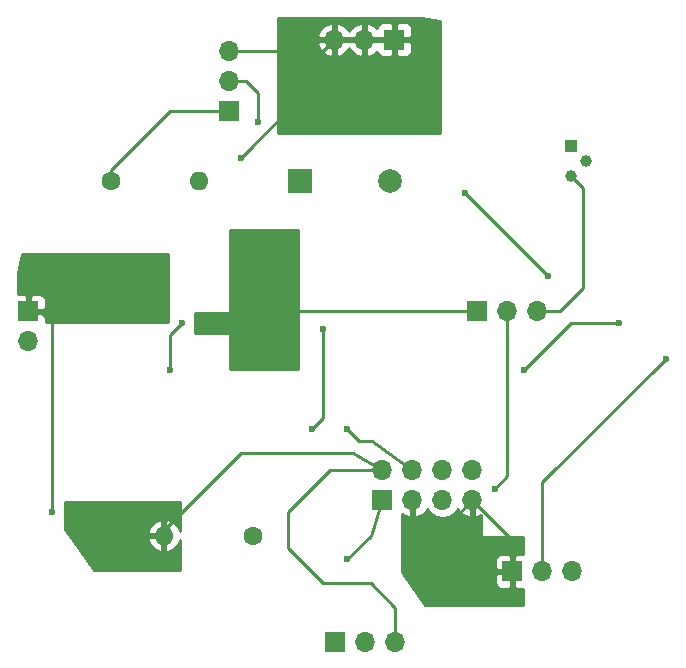
<source format=gbl>
G04 #@! TF.FileFunction,Copper,L2,Bot,Signal*
%FSLAX46Y46*%
G04 Gerber Fmt 4.6, Leading zero omitted, Abs format (unit mm)*
G04 Created by KiCad (PCBNEW 4.0.7) date 03/26/19 14:41:24*
%MOMM*%
%LPD*%
G01*
G04 APERTURE LIST*
%ADD10C,0.100000*%
%ADD11R,2.000000X2.000000*%
%ADD12C,2.000000*%
%ADD13C,1.600000*%
%ADD14O,1.600000X1.600000*%
%ADD15R,1.700000X1.700000*%
%ADD16O,1.700000X1.700000*%
%ADD17C,1.000000*%
%ADD18R,1.000000X1.000000*%
%ADD19C,0.600000*%
%ADD20C,0.250000*%
%ADD21C,0.254000*%
G04 APERTURE END LIST*
D10*
D11*
X84000000Y-42000000D03*
D12*
X91600000Y-42000000D03*
D13*
X68000000Y-42000000D03*
D14*
X75500000Y-42000000D03*
D13*
X80000000Y-72000000D03*
D14*
X72500000Y-72000000D03*
D15*
X61000000Y-53000000D03*
D16*
X61000000Y-55540000D03*
D15*
X91000000Y-69000000D03*
D16*
X91000000Y-66460000D03*
X93540000Y-69000000D03*
X93540000Y-66460000D03*
X96080000Y-69000000D03*
X96080000Y-66460000D03*
X98620000Y-69000000D03*
X98620000Y-66460000D03*
D15*
X87000000Y-81000000D03*
D16*
X89540000Y-81000000D03*
X92080000Y-81000000D03*
D15*
X92000000Y-30000000D03*
D16*
X89460000Y-30000000D03*
X86920000Y-30000000D03*
D17*
X108270000Y-40270000D03*
X107000000Y-41540000D03*
D18*
X107000000Y-39000000D03*
D15*
X102000000Y-75000000D03*
D16*
X104540000Y-75000000D03*
X107080000Y-75000000D03*
D15*
X99000000Y-53000000D03*
D16*
X101540000Y-53000000D03*
X104080000Y-53000000D03*
D15*
X78000000Y-36000000D03*
D16*
X78000000Y-33460000D03*
X78000000Y-30920000D03*
D19*
X95000000Y-73500000D03*
X98000000Y-73000000D03*
X82500000Y-53500000D03*
X82000000Y-57000000D03*
X80000000Y-52000000D03*
X74000000Y-54000000D03*
X73000000Y-58000000D03*
X105000000Y-50000000D03*
X98000000Y-43000000D03*
X69500000Y-49500000D03*
X68000000Y-52000000D03*
X63000000Y-70000000D03*
X67000000Y-72000000D03*
X79000000Y-40000000D03*
X88000000Y-74000000D03*
X85000000Y-63000000D03*
X86000000Y-54500000D03*
X80500000Y-37000000D03*
X88000000Y-63000000D03*
X115000000Y-57000000D03*
X111000000Y-54000000D03*
X103000000Y-58000000D03*
X100500000Y-68000000D03*
D20*
X93540000Y-69000000D02*
X93540000Y-72040000D01*
X93540000Y-72040000D02*
X95000000Y-73500000D01*
X98620000Y-69000000D02*
X98620000Y-72380000D01*
X98620000Y-72380000D02*
X98000000Y-73000000D01*
X93540000Y-69000000D02*
X93540000Y-70540000D01*
X96620000Y-71000000D02*
X98620000Y-69000000D01*
X94000000Y-71000000D02*
X96620000Y-71000000D01*
X93540000Y-70540000D02*
X94000000Y-71000000D01*
X102000000Y-75000000D02*
X102000000Y-72380000D01*
X102000000Y-72380000D02*
X98620000Y-69000000D01*
X78000000Y-36000000D02*
X73000000Y-36000000D01*
X68000000Y-41000000D02*
X68000000Y-42000000D01*
X73000000Y-36000000D02*
X68000000Y-41000000D01*
X99000000Y-53000000D02*
X83000000Y-53000000D01*
X83000000Y-53000000D02*
X82500000Y-53500000D01*
X73000000Y-55000000D02*
X74000000Y-54000000D01*
X73000000Y-58000000D02*
X73000000Y-55000000D01*
X98000000Y-43000000D02*
X105000000Y-50000000D01*
X78000000Y-30920000D02*
X86000000Y-30920000D01*
X86000000Y-30920000D02*
X86920000Y-30000000D01*
X104080000Y-53000000D02*
X106000000Y-53000000D01*
X108000000Y-42540000D02*
X107000000Y-41540000D01*
X108000000Y-51000000D02*
X108000000Y-42540000D01*
X106000000Y-53000000D02*
X108000000Y-51000000D01*
X72500000Y-72000000D02*
X72500000Y-71500000D01*
X72500000Y-71500000D02*
X79000000Y-65000000D01*
X88540000Y-65000000D02*
X91000000Y-66460000D01*
X79000000Y-65000000D02*
X88540000Y-65000000D01*
X61000000Y-53000000D02*
X62000000Y-53000000D01*
X63000000Y-54000000D02*
X63000000Y-70000000D01*
X62000000Y-53000000D02*
X63000000Y-54000000D01*
X72500000Y-72000000D02*
X67000000Y-72000000D01*
X91000000Y-66460000D02*
X86540000Y-66460000D01*
X86540000Y-66460000D02*
X83000000Y-70000000D01*
X83000000Y-70000000D02*
X83000000Y-73000000D01*
X83000000Y-73000000D02*
X86000000Y-76000000D01*
X86000000Y-76000000D02*
X90000000Y-76000000D01*
X90000000Y-76000000D02*
X92080000Y-78080000D01*
X92080000Y-78080000D02*
X92080000Y-81000000D01*
X89460000Y-30000000D02*
X92000000Y-30000000D01*
X86920000Y-32080000D02*
X86920000Y-30000000D01*
X79000000Y-40000000D02*
X86920000Y-32080000D01*
X86920000Y-30000000D02*
X89460000Y-30000000D01*
X91000000Y-69000000D02*
X90000000Y-72000000D01*
X90000000Y-72000000D02*
X88000000Y-74000000D01*
X78000000Y-33460000D02*
X79460000Y-33460000D01*
X86000000Y-62000000D02*
X85000000Y-63000000D01*
X86000000Y-54500000D02*
X86000000Y-62000000D01*
X80500000Y-34500000D02*
X80500000Y-37000000D01*
X79460000Y-33460000D02*
X80500000Y-34500000D01*
X90080000Y-64000000D02*
X93540000Y-66460000D01*
X89000000Y-64000000D02*
X90080000Y-64000000D01*
X88000000Y-63000000D02*
X89000000Y-64000000D01*
X104540000Y-75000000D02*
X104540000Y-67460000D01*
X104540000Y-67460000D02*
X115000000Y-57000000D01*
X107000000Y-54000000D02*
X111000000Y-54000000D01*
X103000000Y-58000000D02*
X107000000Y-54000000D01*
X101540000Y-66960000D02*
X101540000Y-53000000D01*
X100500000Y-68000000D02*
X101540000Y-66960000D01*
D21*
G36*
X72873000Y-53873000D02*
X62485000Y-53873000D01*
X62485000Y-53285750D01*
X62326250Y-53127000D01*
X61127000Y-53127000D01*
X61127000Y-53147000D01*
X60873000Y-53147000D01*
X60873000Y-53127000D01*
X60853000Y-53127000D01*
X60853000Y-52873000D01*
X60873000Y-52873000D01*
X60873000Y-51673750D01*
X61127000Y-51673750D01*
X61127000Y-52873000D01*
X62326250Y-52873000D01*
X62485000Y-52714250D01*
X62485000Y-52023690D01*
X62388327Y-51790301D01*
X62209698Y-51611673D01*
X61976309Y-51515000D01*
X61285750Y-51515000D01*
X61127000Y-51673750D01*
X60873000Y-51673750D01*
X60714250Y-51515000D01*
X60127000Y-51515000D01*
X60127000Y-49716487D01*
X60443169Y-48127000D01*
X72873000Y-48127000D01*
X72873000Y-53873000D01*
X72873000Y-53873000D01*
G37*
X72873000Y-53873000D02*
X62485000Y-53873000D01*
X62485000Y-53285750D01*
X62326250Y-53127000D01*
X61127000Y-53127000D01*
X61127000Y-53147000D01*
X60873000Y-53147000D01*
X60873000Y-53127000D01*
X60853000Y-53127000D01*
X60853000Y-52873000D01*
X60873000Y-52873000D01*
X60873000Y-51673750D01*
X61127000Y-51673750D01*
X61127000Y-52873000D01*
X62326250Y-52873000D01*
X62485000Y-52714250D01*
X62485000Y-52023690D01*
X62388327Y-51790301D01*
X62209698Y-51611673D01*
X61976309Y-51515000D01*
X61285750Y-51515000D01*
X61127000Y-51673750D01*
X60873000Y-51673750D01*
X60714250Y-51515000D01*
X60127000Y-51515000D01*
X60127000Y-49716487D01*
X60443169Y-48127000D01*
X72873000Y-48127000D01*
X72873000Y-53873000D01*
G36*
X83873000Y-57873000D02*
X78127000Y-57873000D01*
X78127000Y-55000000D01*
X78116994Y-54950590D01*
X78088553Y-54908965D01*
X78046159Y-54881685D01*
X78000000Y-54873000D01*
X75127000Y-54873000D01*
X75127000Y-53127000D01*
X78000000Y-53127000D01*
X78049410Y-53116994D01*
X78091035Y-53088553D01*
X78118315Y-53046159D01*
X78127000Y-53000000D01*
X78127000Y-46127000D01*
X83873000Y-46127000D01*
X83873000Y-57873000D01*
X83873000Y-57873000D01*
G37*
X83873000Y-57873000D02*
X78127000Y-57873000D01*
X78127000Y-55000000D01*
X78116994Y-54950590D01*
X78088553Y-54908965D01*
X78046159Y-54881685D01*
X78000000Y-54873000D01*
X75127000Y-54873000D01*
X75127000Y-53127000D01*
X78000000Y-53127000D01*
X78049410Y-53116994D01*
X78091035Y-53088553D01*
X78118315Y-53046159D01*
X78127000Y-53000000D01*
X78127000Y-46127000D01*
X83873000Y-46127000D01*
X83873000Y-57873000D01*
G36*
X95873000Y-28443169D02*
X95873000Y-37873000D01*
X82127000Y-37873000D01*
X82127000Y-30356892D01*
X85478514Y-30356892D01*
X85724817Y-30881358D01*
X86153076Y-31271645D01*
X86563110Y-31441476D01*
X86793000Y-31320155D01*
X86793000Y-30127000D01*
X87047000Y-30127000D01*
X87047000Y-31320155D01*
X87276890Y-31441476D01*
X87686924Y-31271645D01*
X88115183Y-30881358D01*
X88190000Y-30722046D01*
X88264817Y-30881358D01*
X88693076Y-31271645D01*
X89103110Y-31441476D01*
X89333000Y-31320155D01*
X89333000Y-30127000D01*
X89587000Y-30127000D01*
X89587000Y-31320155D01*
X89816890Y-31441476D01*
X90226924Y-31271645D01*
X90524864Y-31000122D01*
X90611673Y-31209698D01*
X90790301Y-31388327D01*
X91023690Y-31485000D01*
X91714250Y-31485000D01*
X91873000Y-31326250D01*
X91873000Y-30127000D01*
X92127000Y-30127000D01*
X92127000Y-31326250D01*
X92285750Y-31485000D01*
X92976310Y-31485000D01*
X93209699Y-31388327D01*
X93388327Y-31209698D01*
X93485000Y-30976309D01*
X93485000Y-30285750D01*
X93326250Y-30127000D01*
X92127000Y-30127000D01*
X91873000Y-30127000D01*
X89587000Y-30127000D01*
X89333000Y-30127000D01*
X87047000Y-30127000D01*
X86793000Y-30127000D01*
X85599181Y-30127000D01*
X85478514Y-30356892D01*
X82127000Y-30356892D01*
X82127000Y-29643108D01*
X85478514Y-29643108D01*
X85599181Y-29873000D01*
X86793000Y-29873000D01*
X86793000Y-28679845D01*
X87047000Y-28679845D01*
X87047000Y-29873000D01*
X89333000Y-29873000D01*
X89333000Y-28679845D01*
X89587000Y-28679845D01*
X89587000Y-29873000D01*
X91873000Y-29873000D01*
X91873000Y-28673750D01*
X92127000Y-28673750D01*
X92127000Y-29873000D01*
X93326250Y-29873000D01*
X93485000Y-29714250D01*
X93485000Y-29023691D01*
X93388327Y-28790302D01*
X93209699Y-28611673D01*
X92976310Y-28515000D01*
X92285750Y-28515000D01*
X92127000Y-28673750D01*
X91873000Y-28673750D01*
X91714250Y-28515000D01*
X91023690Y-28515000D01*
X90790301Y-28611673D01*
X90611673Y-28790302D01*
X90524864Y-28999878D01*
X90226924Y-28728355D01*
X89816890Y-28558524D01*
X89587000Y-28679845D01*
X89333000Y-28679845D01*
X89103110Y-28558524D01*
X88693076Y-28728355D01*
X88264817Y-29118642D01*
X88190000Y-29277954D01*
X88115183Y-29118642D01*
X87686924Y-28728355D01*
X87276890Y-28558524D01*
X87047000Y-28679845D01*
X86793000Y-28679845D01*
X86563110Y-28558524D01*
X86153076Y-28728355D01*
X85724817Y-29118642D01*
X85478514Y-29643108D01*
X82127000Y-29643108D01*
X82127000Y-28127000D01*
X94283512Y-28127000D01*
X95873000Y-28443169D01*
X95873000Y-28443169D01*
G37*
X95873000Y-28443169D02*
X95873000Y-37873000D01*
X82127000Y-37873000D01*
X82127000Y-30356892D01*
X85478514Y-30356892D01*
X85724817Y-30881358D01*
X86153076Y-31271645D01*
X86563110Y-31441476D01*
X86793000Y-31320155D01*
X86793000Y-30127000D01*
X87047000Y-30127000D01*
X87047000Y-31320155D01*
X87276890Y-31441476D01*
X87686924Y-31271645D01*
X88115183Y-30881358D01*
X88190000Y-30722046D01*
X88264817Y-30881358D01*
X88693076Y-31271645D01*
X89103110Y-31441476D01*
X89333000Y-31320155D01*
X89333000Y-30127000D01*
X89587000Y-30127000D01*
X89587000Y-31320155D01*
X89816890Y-31441476D01*
X90226924Y-31271645D01*
X90524864Y-31000122D01*
X90611673Y-31209698D01*
X90790301Y-31388327D01*
X91023690Y-31485000D01*
X91714250Y-31485000D01*
X91873000Y-31326250D01*
X91873000Y-30127000D01*
X92127000Y-30127000D01*
X92127000Y-31326250D01*
X92285750Y-31485000D01*
X92976310Y-31485000D01*
X93209699Y-31388327D01*
X93388327Y-31209698D01*
X93485000Y-30976309D01*
X93485000Y-30285750D01*
X93326250Y-30127000D01*
X92127000Y-30127000D01*
X91873000Y-30127000D01*
X89587000Y-30127000D01*
X89333000Y-30127000D01*
X87047000Y-30127000D01*
X86793000Y-30127000D01*
X85599181Y-30127000D01*
X85478514Y-30356892D01*
X82127000Y-30356892D01*
X82127000Y-29643108D01*
X85478514Y-29643108D01*
X85599181Y-29873000D01*
X86793000Y-29873000D01*
X86793000Y-28679845D01*
X87047000Y-28679845D01*
X87047000Y-29873000D01*
X89333000Y-29873000D01*
X89333000Y-28679845D01*
X89587000Y-28679845D01*
X89587000Y-29873000D01*
X91873000Y-29873000D01*
X91873000Y-28673750D01*
X92127000Y-28673750D01*
X92127000Y-29873000D01*
X93326250Y-29873000D01*
X93485000Y-29714250D01*
X93485000Y-29023691D01*
X93388327Y-28790302D01*
X93209699Y-28611673D01*
X92976310Y-28515000D01*
X92285750Y-28515000D01*
X92127000Y-28673750D01*
X91873000Y-28673750D01*
X91714250Y-28515000D01*
X91023690Y-28515000D01*
X90790301Y-28611673D01*
X90611673Y-28790302D01*
X90524864Y-28999878D01*
X90226924Y-28728355D01*
X89816890Y-28558524D01*
X89587000Y-28679845D01*
X89333000Y-28679845D01*
X89103110Y-28558524D01*
X88693076Y-28728355D01*
X88264817Y-29118642D01*
X88190000Y-29277954D01*
X88115183Y-29118642D01*
X87686924Y-28728355D01*
X87276890Y-28558524D01*
X87047000Y-28679845D01*
X86793000Y-28679845D01*
X86563110Y-28558524D01*
X86153076Y-28728355D01*
X85724817Y-29118642D01*
X85478514Y-29643108D01*
X82127000Y-29643108D01*
X82127000Y-28127000D01*
X94283512Y-28127000D01*
X95873000Y-28443169D01*
G36*
X73873000Y-71605320D02*
X73731041Y-71262577D01*
X73355134Y-70847611D01*
X72849041Y-70608086D01*
X72627000Y-70729371D01*
X72627000Y-71873000D01*
X72647000Y-71873000D01*
X72647000Y-72127000D01*
X72627000Y-72127000D01*
X72627000Y-73270629D01*
X72849041Y-73391914D01*
X73355134Y-73152389D01*
X73731041Y-72737423D01*
X73873000Y-72394680D01*
X73873000Y-74873000D01*
X66565356Y-74873000D01*
X64762528Y-72349039D01*
X71108096Y-72349039D01*
X71268959Y-72737423D01*
X71644866Y-73152389D01*
X72150959Y-73391914D01*
X72373000Y-73270629D01*
X72373000Y-72127000D01*
X71230085Y-72127000D01*
X71108096Y-72349039D01*
X64762528Y-72349039D01*
X64263901Y-71650961D01*
X71108096Y-71650961D01*
X71230085Y-71873000D01*
X72373000Y-71873000D01*
X72373000Y-70729371D01*
X72150959Y-70608086D01*
X71644866Y-70847611D01*
X71268959Y-71262577D01*
X71108096Y-71650961D01*
X64263901Y-71650961D01*
X64127000Y-71459301D01*
X64127000Y-69127000D01*
X73873000Y-69127000D01*
X73873000Y-71605320D01*
X73873000Y-71605320D01*
G37*
X73873000Y-71605320D02*
X73731041Y-71262577D01*
X73355134Y-70847611D01*
X72849041Y-70608086D01*
X72627000Y-70729371D01*
X72627000Y-71873000D01*
X72647000Y-71873000D01*
X72647000Y-72127000D01*
X72627000Y-72127000D01*
X72627000Y-73270629D01*
X72849041Y-73391914D01*
X73355134Y-73152389D01*
X73731041Y-72737423D01*
X73873000Y-72394680D01*
X73873000Y-74873000D01*
X66565356Y-74873000D01*
X64762528Y-72349039D01*
X71108096Y-72349039D01*
X71268959Y-72737423D01*
X71644866Y-73152389D01*
X72150959Y-73391914D01*
X72373000Y-73270629D01*
X72373000Y-72127000D01*
X71230085Y-72127000D01*
X71108096Y-72349039D01*
X64762528Y-72349039D01*
X64263901Y-71650961D01*
X71108096Y-71650961D01*
X71230085Y-71873000D01*
X72373000Y-71873000D01*
X72373000Y-70729371D01*
X72150959Y-70608086D01*
X71644866Y-70847611D01*
X71268959Y-71262577D01*
X71108096Y-71650961D01*
X64263901Y-71650961D01*
X64127000Y-71459301D01*
X64127000Y-69127000D01*
X73873000Y-69127000D01*
X73873000Y-71605320D01*
G36*
X93667000Y-68873000D02*
X93687000Y-68873000D01*
X93687000Y-69127000D01*
X93667000Y-69127000D01*
X93667000Y-70320155D01*
X93896890Y-70441476D01*
X94306924Y-70271645D01*
X94735183Y-69881358D01*
X94802298Y-69738447D01*
X95029946Y-70079147D01*
X95511715Y-70401054D01*
X96080000Y-70514093D01*
X96648285Y-70401054D01*
X97130054Y-70079147D01*
X97357702Y-69738447D01*
X97424817Y-69881358D01*
X97853076Y-70271645D01*
X98263110Y-70441476D01*
X98493000Y-70320155D01*
X98493000Y-69127000D01*
X98473000Y-69127000D01*
X98473000Y-68873000D01*
X98493000Y-68873000D01*
X98493000Y-68853000D01*
X98747000Y-68853000D01*
X98747000Y-68873000D01*
X98767000Y-68873000D01*
X98767000Y-69127000D01*
X98747000Y-69127000D01*
X98747000Y-70320155D01*
X98976890Y-70441476D01*
X99373000Y-70277412D01*
X99373000Y-72000000D01*
X99383006Y-72049410D01*
X99411447Y-72091035D01*
X99453841Y-72118315D01*
X99500000Y-72127000D01*
X102873000Y-72127000D01*
X102873000Y-73515000D01*
X102285750Y-73515000D01*
X102127000Y-73673750D01*
X102127000Y-74873000D01*
X102147000Y-74873000D01*
X102147000Y-75127000D01*
X102127000Y-75127000D01*
X102127000Y-76326250D01*
X102285750Y-76485000D01*
X102873000Y-76485000D01*
X102873000Y-77873000D01*
X94567968Y-77873000D01*
X92843135Y-75285750D01*
X100515000Y-75285750D01*
X100515000Y-75976309D01*
X100611673Y-76209698D01*
X100790301Y-76388327D01*
X101023690Y-76485000D01*
X101714250Y-76485000D01*
X101873000Y-76326250D01*
X101873000Y-75127000D01*
X100673750Y-75127000D01*
X100515000Y-75285750D01*
X92843135Y-75285750D01*
X92627000Y-74961548D01*
X92627000Y-74023691D01*
X100515000Y-74023691D01*
X100515000Y-74714250D01*
X100673750Y-74873000D01*
X101873000Y-74873000D01*
X101873000Y-73673750D01*
X101714250Y-73515000D01*
X101023690Y-73515000D01*
X100790301Y-73611673D01*
X100611673Y-73790302D01*
X100515000Y-74023691D01*
X92627000Y-74023691D01*
X92627000Y-70138521D01*
X92773076Y-70271645D01*
X93183110Y-70441476D01*
X93413000Y-70320155D01*
X93413000Y-69127000D01*
X93393000Y-69127000D01*
X93393000Y-68873000D01*
X93413000Y-68873000D01*
X93413000Y-68853000D01*
X93667000Y-68853000D01*
X93667000Y-68873000D01*
X93667000Y-68873000D01*
G37*
X93667000Y-68873000D02*
X93687000Y-68873000D01*
X93687000Y-69127000D01*
X93667000Y-69127000D01*
X93667000Y-70320155D01*
X93896890Y-70441476D01*
X94306924Y-70271645D01*
X94735183Y-69881358D01*
X94802298Y-69738447D01*
X95029946Y-70079147D01*
X95511715Y-70401054D01*
X96080000Y-70514093D01*
X96648285Y-70401054D01*
X97130054Y-70079147D01*
X97357702Y-69738447D01*
X97424817Y-69881358D01*
X97853076Y-70271645D01*
X98263110Y-70441476D01*
X98493000Y-70320155D01*
X98493000Y-69127000D01*
X98473000Y-69127000D01*
X98473000Y-68873000D01*
X98493000Y-68873000D01*
X98493000Y-68853000D01*
X98747000Y-68853000D01*
X98747000Y-68873000D01*
X98767000Y-68873000D01*
X98767000Y-69127000D01*
X98747000Y-69127000D01*
X98747000Y-70320155D01*
X98976890Y-70441476D01*
X99373000Y-70277412D01*
X99373000Y-72000000D01*
X99383006Y-72049410D01*
X99411447Y-72091035D01*
X99453841Y-72118315D01*
X99500000Y-72127000D01*
X102873000Y-72127000D01*
X102873000Y-73515000D01*
X102285750Y-73515000D01*
X102127000Y-73673750D01*
X102127000Y-74873000D01*
X102147000Y-74873000D01*
X102147000Y-75127000D01*
X102127000Y-75127000D01*
X102127000Y-76326250D01*
X102285750Y-76485000D01*
X102873000Y-76485000D01*
X102873000Y-77873000D01*
X94567968Y-77873000D01*
X92843135Y-75285750D01*
X100515000Y-75285750D01*
X100515000Y-75976309D01*
X100611673Y-76209698D01*
X100790301Y-76388327D01*
X101023690Y-76485000D01*
X101714250Y-76485000D01*
X101873000Y-76326250D01*
X101873000Y-75127000D01*
X100673750Y-75127000D01*
X100515000Y-75285750D01*
X92843135Y-75285750D01*
X92627000Y-74961548D01*
X92627000Y-74023691D01*
X100515000Y-74023691D01*
X100515000Y-74714250D01*
X100673750Y-74873000D01*
X101873000Y-74873000D01*
X101873000Y-73673750D01*
X101714250Y-73515000D01*
X101023690Y-73515000D01*
X100790301Y-73611673D01*
X100611673Y-73790302D01*
X100515000Y-74023691D01*
X92627000Y-74023691D01*
X92627000Y-70138521D01*
X92773076Y-70271645D01*
X93183110Y-70441476D01*
X93413000Y-70320155D01*
X93413000Y-69127000D01*
X93393000Y-69127000D01*
X93393000Y-68873000D01*
X93413000Y-68873000D01*
X93413000Y-68853000D01*
X93667000Y-68853000D01*
X93667000Y-68873000D01*
M02*

</source>
